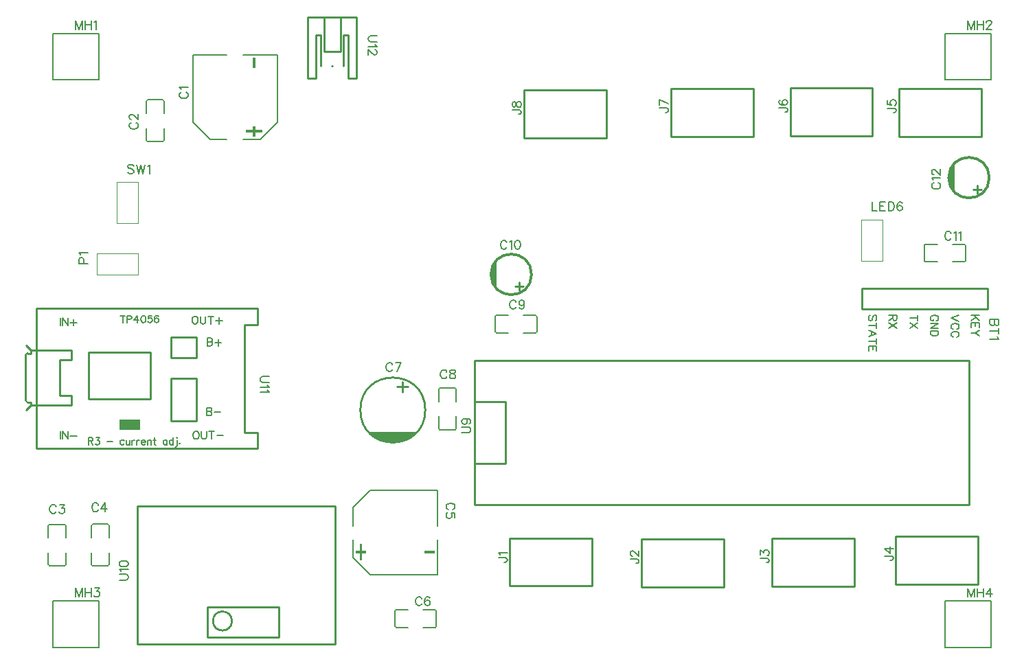
<source format=gto>
G04 Layer: TopSilkscreenLayer*
G04 EasyEDA v6.5.48, 2025-01-21 18:12:01*
G04 3cc8b20af66c43ca95afa0c2ca323a4b,765c05e22f3a42938d5e8e897a1d4f6f,10*
G04 Gerber Generator version 0.2*
G04 Scale: 100 percent, Rotated: No, Reflected: No *
G04 Dimensions in millimeters *
G04 leading zeros omitted , absolute positions ,4 integer and 5 decimal *
%FSLAX45Y45*%
%MOMM*%

%ADD10C,0.1524*%
%ADD11C,0.2032*%
%ADD12C,0.2540*%
%ADD13C,0.1520*%
%ADD14C,0.1200*%
%ADD15C,0.2000*%
%ADD16C,0.3000*%
%ADD17C,0.0109*%

%LPD*%
D10*
X5712272Y-6681716D02*
G01*
X5795330Y-6681716D01*
X5811078Y-6687050D01*
X5816158Y-6692130D01*
X5821238Y-6702544D01*
X5821238Y-6712958D01*
X5816158Y-6723372D01*
X5811078Y-6728706D01*
X5795330Y-6733786D01*
X5784916Y-6733786D01*
X5733100Y-6647426D02*
G01*
X5727766Y-6637266D01*
X5712272Y-6621518D01*
X5821238Y-6621518D01*
X7336269Y-6696717D02*
G01*
X7419327Y-6696717D01*
X7435075Y-6702051D01*
X7440155Y-6707131D01*
X7445235Y-6717545D01*
X7445235Y-6727959D01*
X7440155Y-6738373D01*
X7435075Y-6743707D01*
X7419327Y-6748787D01*
X7408913Y-6748787D01*
X7362177Y-6657347D02*
G01*
X7357097Y-6657347D01*
X7346683Y-6652267D01*
X7341349Y-6646933D01*
X7336269Y-6636519D01*
X7336269Y-6615691D01*
X7341349Y-6605277D01*
X7346683Y-6600197D01*
X7357097Y-6595117D01*
X7367511Y-6595117D01*
X7377925Y-6600197D01*
X7393419Y-6610611D01*
X7445235Y-6662427D01*
X7445235Y-6589783D01*
X8940264Y-6689717D02*
G01*
X9023322Y-6689717D01*
X9039070Y-6695051D01*
X9044150Y-6700131D01*
X9049230Y-6710545D01*
X9049230Y-6720959D01*
X9044150Y-6731373D01*
X9039070Y-6736707D01*
X9023322Y-6741787D01*
X9012908Y-6741787D01*
X8940264Y-6645267D02*
G01*
X8940264Y-6588117D01*
X8981920Y-6619105D01*
X8981920Y-6603611D01*
X8987000Y-6593197D01*
X8992080Y-6588117D01*
X9007828Y-6582783D01*
X9018242Y-6582783D01*
X9033736Y-6588117D01*
X9044150Y-6598277D01*
X9049230Y-6614025D01*
X9049230Y-6629519D01*
X9044150Y-6645267D01*
X9039070Y-6650347D01*
X9028656Y-6655427D01*
X10471261Y-6657715D02*
G01*
X10554319Y-6657715D01*
X10570067Y-6663049D01*
X10575147Y-6668129D01*
X10580227Y-6678543D01*
X10580227Y-6688957D01*
X10575147Y-6699371D01*
X10570067Y-6704705D01*
X10554319Y-6709785D01*
X10543905Y-6709785D01*
X10471261Y-6571609D02*
G01*
X10543905Y-6623425D01*
X10543905Y-6545701D01*
X10471261Y-6571609D02*
G01*
X10580227Y-6571609D01*
X10508261Y-1138727D02*
G01*
X10591319Y-1138727D01*
X10607067Y-1144061D01*
X10612147Y-1149141D01*
X10617227Y-1159555D01*
X10617227Y-1169969D01*
X10612147Y-1180383D01*
X10607067Y-1185717D01*
X10591319Y-1190797D01*
X10580905Y-1190797D01*
X10508261Y-1042207D02*
G01*
X10508261Y-1094277D01*
X10554997Y-1099357D01*
X10549917Y-1094277D01*
X10544583Y-1078529D01*
X10544583Y-1063035D01*
X10549917Y-1047287D01*
X10560077Y-1037127D01*
X10575825Y-1031793D01*
X10586239Y-1031793D01*
X10601733Y-1037127D01*
X10612147Y-1047287D01*
X10617227Y-1063035D01*
X10617227Y-1078529D01*
X10612147Y-1094277D01*
X10607067Y-1099357D01*
X10596653Y-1104437D01*
X9168264Y-1132728D02*
G01*
X9251322Y-1132728D01*
X9267070Y-1138062D01*
X9272150Y-1143142D01*
X9277230Y-1153556D01*
X9277230Y-1163970D01*
X9272150Y-1174384D01*
X9267070Y-1179718D01*
X9251322Y-1184798D01*
X9240908Y-1184798D01*
X9183758Y-1036208D02*
G01*
X9173344Y-1041288D01*
X9168264Y-1057036D01*
X9168264Y-1067450D01*
X9173344Y-1082944D01*
X9189092Y-1093358D01*
X9215000Y-1098438D01*
X9240908Y-1098438D01*
X9261736Y-1093358D01*
X9272150Y-1082944D01*
X9277230Y-1067450D01*
X9277230Y-1062116D01*
X9272150Y-1046622D01*
X9261736Y-1036208D01*
X9246242Y-1031128D01*
X9240908Y-1031128D01*
X9225414Y-1036208D01*
X9215000Y-1046622D01*
X9209920Y-1062116D01*
X9209920Y-1067450D01*
X9215000Y-1082944D01*
X9225414Y-1093358D01*
X9240908Y-1098438D01*
X7698267Y-1136728D02*
G01*
X7781325Y-1136728D01*
X7797073Y-1142062D01*
X7802153Y-1147142D01*
X7807233Y-1157556D01*
X7807233Y-1167970D01*
X7802153Y-1178384D01*
X7797073Y-1183718D01*
X7781325Y-1188798D01*
X7770911Y-1188798D01*
X7698267Y-1029794D02*
G01*
X7807233Y-1081864D01*
X7698267Y-1102438D02*
G01*
X7698267Y-1029794D01*
X5885271Y-1160726D02*
G01*
X5968329Y-1160726D01*
X5984077Y-1166060D01*
X5989157Y-1171140D01*
X5994237Y-1181554D01*
X5994237Y-1191968D01*
X5989157Y-1202382D01*
X5984077Y-1207716D01*
X5968329Y-1212796D01*
X5957915Y-1212796D01*
X5885271Y-1100528D02*
G01*
X5890351Y-1116276D01*
X5900765Y-1121356D01*
X5911179Y-1121356D01*
X5921593Y-1116276D01*
X5926927Y-1105862D01*
X5932007Y-1085034D01*
X5937087Y-1069286D01*
X5947501Y-1059126D01*
X5957915Y-1053792D01*
X5973663Y-1053792D01*
X5984077Y-1059126D01*
X5989157Y-1064206D01*
X5994237Y-1079700D01*
X5994237Y-1100528D01*
X5989157Y-1116276D01*
X5984077Y-1121356D01*
X5973663Y-1126436D01*
X5957915Y-1126436D01*
X5947501Y-1121356D01*
X5937087Y-1110942D01*
X5932007Y-1095448D01*
X5926927Y-1074620D01*
X5921593Y-1064206D01*
X5911179Y-1059126D01*
X5900765Y-1059126D01*
X5890351Y-1064206D01*
X5885271Y-1079700D01*
X5885271Y-1100528D01*
X11881093Y-3741994D02*
G01*
X11772127Y-3741994D01*
X11881093Y-3741994D02*
G01*
X11881093Y-3788730D01*
X11876013Y-3804224D01*
X11870679Y-3809558D01*
X11860265Y-3814638D01*
X11849851Y-3814638D01*
X11839437Y-3809558D01*
X11834357Y-3804224D01*
X11829277Y-3788730D01*
X11829277Y-3741994D02*
G01*
X11829277Y-3788730D01*
X11823943Y-3804224D01*
X11818863Y-3809558D01*
X11808449Y-3814638D01*
X11792701Y-3814638D01*
X11782287Y-3809558D01*
X11777207Y-3804224D01*
X11772127Y-3788730D01*
X11772127Y-3741994D01*
X11881093Y-3885504D02*
G01*
X11772127Y-3885504D01*
X11881093Y-3848928D02*
G01*
X11881093Y-3921826D01*
X11860265Y-3956116D02*
G01*
X11865599Y-3966530D01*
X11881093Y-3982024D01*
X11772127Y-3982024D01*
D11*
X11638780Y-3691194D02*
G01*
X11543276Y-3691194D01*
X11638780Y-3754948D02*
G01*
X11575026Y-3691194D01*
X11597886Y-3713800D02*
G01*
X11543276Y-3754948D01*
X11638780Y-3784920D02*
G01*
X11543276Y-3784920D01*
X11638780Y-3784920D02*
G01*
X11638780Y-3843848D01*
X11593314Y-3784920D02*
G01*
X11593314Y-3821242D01*
X11543276Y-3784920D02*
G01*
X11543276Y-3843848D01*
X11638780Y-3873820D02*
G01*
X11593314Y-3910396D01*
X11543276Y-3910396D01*
X11638780Y-3946718D02*
G01*
X11593314Y-3910396D01*
X11388587Y-3691194D02*
G01*
X11293083Y-3727516D01*
X11388587Y-3763838D02*
G01*
X11293083Y-3727516D01*
X11365727Y-3862136D02*
G01*
X11374871Y-3857564D01*
X11384015Y-3848420D01*
X11388587Y-3839276D01*
X11388587Y-3821242D01*
X11384015Y-3812098D01*
X11374871Y-3802954D01*
X11365727Y-3798382D01*
X11352265Y-3793810D01*
X11329405Y-3793810D01*
X11315689Y-3798382D01*
X11306799Y-3802954D01*
X11297655Y-3812098D01*
X11293083Y-3821242D01*
X11293083Y-3839276D01*
X11297655Y-3848420D01*
X11306799Y-3857564D01*
X11315689Y-3862136D01*
X11365727Y-3960180D02*
G01*
X11374871Y-3955862D01*
X11384015Y-3946718D01*
X11388587Y-3937574D01*
X11388587Y-3919286D01*
X11384015Y-3910396D01*
X11374871Y-3901252D01*
X11365727Y-3896680D01*
X11352265Y-3892108D01*
X11329405Y-3892108D01*
X11315689Y-3896680D01*
X11306799Y-3901252D01*
X11297655Y-3910396D01*
X11293083Y-3919286D01*
X11293083Y-3937574D01*
X11297655Y-3946718D01*
X11306799Y-3955862D01*
X11315689Y-3960180D01*
X11111727Y-3759266D02*
G01*
X11120871Y-3754948D01*
X11130015Y-3745804D01*
X11134587Y-3736660D01*
X11134587Y-3718372D01*
X11130015Y-3709482D01*
X11120871Y-3700338D01*
X11111727Y-3695766D01*
X11098265Y-3691194D01*
X11075405Y-3691194D01*
X11061689Y-3695766D01*
X11052799Y-3700338D01*
X11043655Y-3709482D01*
X11039083Y-3718372D01*
X11039083Y-3736660D01*
X11043655Y-3745804D01*
X11052799Y-3754948D01*
X11061689Y-3759266D01*
X11075405Y-3759266D01*
X11075405Y-3736660D02*
G01*
X11075405Y-3759266D01*
X11134587Y-3789492D02*
G01*
X11039083Y-3789492D01*
X11134587Y-3789492D02*
G01*
X11039083Y-3852992D01*
X11134587Y-3852992D02*
G01*
X11039083Y-3852992D01*
X11134587Y-3882964D02*
G01*
X11039083Y-3882964D01*
X11134587Y-3882964D02*
G01*
X11134587Y-3914714D01*
X11130015Y-3928430D01*
X11120871Y-3937574D01*
X11111727Y-3942146D01*
X11098265Y-3946718D01*
X11075405Y-3946718D01*
X11061689Y-3942146D01*
X11052799Y-3937574D01*
X11043655Y-3928430D01*
X11039083Y-3914714D01*
X11039083Y-3882964D01*
X10880587Y-3722944D02*
G01*
X10785083Y-3722944D01*
X10880587Y-3691194D02*
G01*
X10880587Y-3754948D01*
X10880587Y-3784920D02*
G01*
X10785083Y-3848420D01*
X10880587Y-3848420D02*
G01*
X10785083Y-3784920D01*
X10622780Y-3691194D02*
G01*
X10527276Y-3691194D01*
X10622780Y-3691194D02*
G01*
X10622780Y-3732088D01*
X10618208Y-3745804D01*
X10613636Y-3750376D01*
X10604492Y-3754948D01*
X10595348Y-3754948D01*
X10586458Y-3750376D01*
X10581886Y-3745804D01*
X10577314Y-3732088D01*
X10577314Y-3691194D01*
X10577314Y-3722944D02*
G01*
X10527276Y-3754948D01*
X10622780Y-3784920D02*
G01*
X10527276Y-3848420D01*
X10622780Y-3848420D02*
G01*
X10527276Y-3784920D01*
X10358871Y-3754948D02*
G01*
X10368015Y-3745804D01*
X10372587Y-3732088D01*
X10372587Y-3713800D01*
X10368015Y-3700338D01*
X10358871Y-3691194D01*
X10349727Y-3691194D01*
X10340583Y-3695766D01*
X10336265Y-3700338D01*
X10331693Y-3709482D01*
X10322549Y-3736660D01*
X10317977Y-3745804D01*
X10313405Y-3750376D01*
X10304261Y-3754948D01*
X10290799Y-3754948D01*
X10281655Y-3745804D01*
X10277083Y-3732088D01*
X10277083Y-3713800D01*
X10281655Y-3700338D01*
X10290799Y-3691194D01*
X10372587Y-3816670D02*
G01*
X10277083Y-3816670D01*
X10372587Y-3784920D02*
G01*
X10372587Y-3848420D01*
X10372587Y-3914714D02*
G01*
X10277083Y-3878392D01*
X10372587Y-3914714D02*
G01*
X10277083Y-3951290D01*
X10308833Y-3892108D02*
G01*
X10308833Y-3937574D01*
X10372587Y-4013012D02*
G01*
X10277083Y-4013012D01*
X10372587Y-3981262D02*
G01*
X10372587Y-4044762D01*
X10372587Y-4074734D02*
G01*
X10277083Y-4074734D01*
X10372587Y-4074734D02*
G01*
X10372587Y-4133916D01*
X10327121Y-4074734D02*
G01*
X10327121Y-4111310D01*
X10277083Y-4074734D02*
G01*
X10277083Y-4133916D01*
D10*
X1805086Y-940206D02*
G01*
X1794672Y-945540D01*
X1784258Y-955954D01*
X1779178Y-966114D01*
X1779178Y-986942D01*
X1784258Y-997356D01*
X1794672Y-1007770D01*
X1805086Y-1013104D01*
X1820834Y-1018184D01*
X1846742Y-1018184D01*
X1862236Y-1013104D01*
X1872650Y-1007770D01*
X1883064Y-997356D01*
X1888144Y-986942D01*
X1888144Y-966114D01*
X1883064Y-955954D01*
X1872650Y-945540D01*
X1862236Y-940206D01*
X1800006Y-905916D02*
G01*
X1794672Y-895502D01*
X1779178Y-880008D01*
X1888144Y-880008D01*
X1187434Y-1315102D02*
G01*
X1177020Y-1320436D01*
X1166606Y-1330850D01*
X1161526Y-1341010D01*
X1161526Y-1361838D01*
X1166606Y-1372252D01*
X1177020Y-1382666D01*
X1187434Y-1388000D01*
X1203182Y-1393080D01*
X1229090Y-1393080D01*
X1244584Y-1388000D01*
X1254998Y-1382666D01*
X1265412Y-1372252D01*
X1270492Y-1361838D01*
X1270492Y-1341010D01*
X1265412Y-1330850D01*
X1254998Y-1320436D01*
X1244584Y-1315102D01*
X1187434Y-1275732D02*
G01*
X1182354Y-1275732D01*
X1171940Y-1270398D01*
X1166606Y-1265318D01*
X1161526Y-1254904D01*
X1161526Y-1234076D01*
X1166606Y-1223662D01*
X1171940Y-1218582D01*
X1182354Y-1213248D01*
X1192768Y-1213248D01*
X1203182Y-1218582D01*
X1218676Y-1228996D01*
X1270492Y-1280812D01*
X1270492Y-1208168D01*
X10320980Y-2294079D02*
G01*
X10320980Y-2403045D01*
X10320980Y-2403045D02*
G01*
X10383210Y-2403045D01*
X10417500Y-2294079D02*
G01*
X10417500Y-2403045D01*
X10417500Y-2294079D02*
G01*
X10485064Y-2294079D01*
X10417500Y-2345895D02*
G01*
X10459156Y-2345895D01*
X10417500Y-2403045D02*
G01*
X10485064Y-2403045D01*
X10519354Y-2294079D02*
G01*
X10519354Y-2403045D01*
X10519354Y-2294079D02*
G01*
X10555930Y-2294079D01*
X10571424Y-2299159D01*
X10581838Y-2309573D01*
X10586918Y-2319987D01*
X10592252Y-2335735D01*
X10592252Y-2361643D01*
X10586918Y-2377137D01*
X10581838Y-2387551D01*
X10571424Y-2397965D01*
X10555930Y-2403045D01*
X10519354Y-2403045D01*
X10688772Y-2309573D02*
G01*
X10683692Y-2299159D01*
X10667944Y-2294079D01*
X10657530Y-2294079D01*
X10642036Y-2299159D01*
X10631622Y-2314907D01*
X10626542Y-2340815D01*
X10626542Y-2366723D01*
X10631622Y-2387551D01*
X10642036Y-2397965D01*
X10657530Y-2403045D01*
X10662864Y-2403045D01*
X10678358Y-2397965D01*
X10688772Y-2387551D01*
X10694106Y-2372057D01*
X10694106Y-2366723D01*
X10688772Y-2351229D01*
X10678358Y-2340815D01*
X10662864Y-2335735D01*
X10657530Y-2335735D01*
X10642036Y-2340815D01*
X10631622Y-2351229D01*
X10626542Y-2366723D01*
X1215641Y-1848573D02*
G01*
X1205227Y-1838159D01*
X1189733Y-1833079D01*
X1168905Y-1833079D01*
X1153411Y-1838159D01*
X1142997Y-1848573D01*
X1142997Y-1858987D01*
X1148077Y-1869401D01*
X1153411Y-1874735D01*
X1163825Y-1879815D01*
X1195067Y-1890229D01*
X1205227Y-1895309D01*
X1210561Y-1900643D01*
X1215641Y-1911057D01*
X1215641Y-1926551D01*
X1205227Y-1936965D01*
X1189733Y-1942045D01*
X1168905Y-1942045D01*
X1153411Y-1936965D01*
X1142997Y-1926551D01*
X1249931Y-1833079D02*
G01*
X1276093Y-1942045D01*
X1302001Y-1833079D02*
G01*
X1276093Y-1942045D01*
X1302001Y-1833079D02*
G01*
X1327909Y-1942045D01*
X1353817Y-1833079D02*
G01*
X1327909Y-1942045D01*
X1388107Y-1853907D02*
G01*
X1398521Y-1848573D01*
X1414269Y-1833079D01*
X1414269Y-1942045D01*
X500379Y-54863D02*
G01*
X500379Y-163829D01*
X500379Y-54863D02*
G01*
X542036Y-163829D01*
X583437Y-54863D02*
G01*
X542036Y-163829D01*
X583437Y-54863D02*
G01*
X583437Y-163829D01*
X617728Y-54863D02*
G01*
X617728Y-163829D01*
X690626Y-54863D02*
G01*
X690626Y-163829D01*
X617728Y-106679D02*
G01*
X690626Y-106679D01*
X724915Y-75692D02*
G01*
X735329Y-70357D01*
X750823Y-54863D01*
X750823Y-163829D01*
X11499733Y-54863D02*
G01*
X11499733Y-163829D01*
X11499733Y-54863D02*
G01*
X11541389Y-163829D01*
X11582791Y-54863D02*
G01*
X11541389Y-163829D01*
X11582791Y-54863D02*
G01*
X11582791Y-163829D01*
X11617081Y-54863D02*
G01*
X11617081Y-163829D01*
X11689979Y-54863D02*
G01*
X11689979Y-163829D01*
X11617081Y-106679D02*
G01*
X11689979Y-106679D01*
X11729349Y-80771D02*
G01*
X11729349Y-75692D01*
X11734683Y-65278D01*
X11739763Y-59944D01*
X11750177Y-54863D01*
X11771005Y-54863D01*
X11781419Y-59944D01*
X11786499Y-65278D01*
X11791833Y-75692D01*
X11791833Y-86105D01*
X11786499Y-96520D01*
X11776085Y-112013D01*
X11724269Y-163829D01*
X11796913Y-163829D01*
X500379Y-7054179D02*
G01*
X500379Y-7163145D01*
X500379Y-7054179D02*
G01*
X542036Y-7163145D01*
X583437Y-7054179D02*
G01*
X542036Y-7163145D01*
X583437Y-7054179D02*
G01*
X583437Y-7163145D01*
X617728Y-7054179D02*
G01*
X617728Y-7163145D01*
X690626Y-7054179D02*
G01*
X690626Y-7163145D01*
X617728Y-7105995D02*
G01*
X690626Y-7105995D01*
X735329Y-7054179D02*
G01*
X792479Y-7054179D01*
X761237Y-7095835D01*
X776731Y-7095835D01*
X787145Y-7100915D01*
X792479Y-7105995D01*
X797560Y-7121743D01*
X797560Y-7132157D01*
X792479Y-7147651D01*
X782065Y-7158065D01*
X766318Y-7163145D01*
X750823Y-7163145D01*
X735329Y-7158065D01*
X729995Y-7152985D01*
X724915Y-7142571D01*
X11499733Y-7055180D02*
G01*
X11499733Y-7164146D01*
X11499733Y-7055180D02*
G01*
X11541389Y-7164146D01*
X11582791Y-7055180D02*
G01*
X11541389Y-7164146D01*
X11582791Y-7055180D02*
G01*
X11582791Y-7164146D01*
X11617081Y-7055180D02*
G01*
X11617081Y-7164146D01*
X11689979Y-7055180D02*
G01*
X11689979Y-7164146D01*
X11617081Y-7106996D02*
G01*
X11689979Y-7106996D01*
X11776085Y-7055180D02*
G01*
X11724269Y-7127824D01*
X11801993Y-7127824D01*
X11776085Y-7055180D02*
G01*
X11776085Y-7164146D01*
X5260873Y-5139987D02*
G01*
X5338851Y-5139987D01*
X5354345Y-5134907D01*
X5364759Y-5124493D01*
X5369839Y-5108745D01*
X5369839Y-5098331D01*
X5364759Y-5082837D01*
X5354345Y-5072423D01*
X5338851Y-5067343D01*
X5260873Y-5067343D01*
X5297195Y-4965489D02*
G01*
X5312689Y-4970569D01*
X5323103Y-4980983D01*
X5328437Y-4996477D01*
X5328437Y-5001811D01*
X5323103Y-5017305D01*
X5312689Y-5027719D01*
X5297195Y-5033053D01*
X5292115Y-5033053D01*
X5276367Y-5027719D01*
X5265953Y-5017305D01*
X5260873Y-5001811D01*
X5260873Y-4996477D01*
X5265953Y-4980983D01*
X5276367Y-4970569D01*
X5297195Y-4965489D01*
X5323103Y-4965489D01*
X5349265Y-4970569D01*
X5364759Y-4980983D01*
X5369839Y-4996477D01*
X5369839Y-5006891D01*
X5364759Y-5022639D01*
X5354345Y-5027719D01*
X1039670Y-6958048D02*
G01*
X1117648Y-6958048D01*
X1133142Y-6952968D01*
X1143556Y-6942554D01*
X1148636Y-6926806D01*
X1148636Y-6916392D01*
X1143556Y-6900898D01*
X1133142Y-6890484D01*
X1117648Y-6885404D01*
X1039670Y-6885404D01*
X1060498Y-6851114D02*
G01*
X1055164Y-6840700D01*
X1039670Y-6824952D01*
X1148636Y-6824952D01*
X1039670Y-6759674D02*
G01*
X1044750Y-6775168D01*
X1060498Y-6785582D01*
X1086406Y-6790662D01*
X1101900Y-6790662D01*
X1128062Y-6785582D01*
X1143556Y-6775168D01*
X1148636Y-6759674D01*
X1148636Y-6749260D01*
X1143556Y-6733512D01*
X1128062Y-6723098D01*
X1101900Y-6718018D01*
X1086406Y-6718018D01*
X1060498Y-6723098D01*
X1044750Y-6733512D01*
X1039670Y-6749260D01*
X1039670Y-6759674D01*
X2883631Y-4445274D02*
G01*
X2805653Y-4445274D01*
X2790159Y-4450354D01*
X2779745Y-4460768D01*
X2774665Y-4476516D01*
X2774665Y-4486930D01*
X2779745Y-4502424D01*
X2790159Y-4512838D01*
X2805653Y-4517918D01*
X2883631Y-4517918D01*
X2862803Y-4552208D02*
G01*
X2868137Y-4562622D01*
X2883631Y-4578370D01*
X2774665Y-4578370D01*
X2862803Y-4612660D02*
G01*
X2868137Y-4623074D01*
X2883631Y-4638568D01*
X2774665Y-4638568D01*
D11*
X1964151Y-3703594D02*
G01*
X1955007Y-3708166D01*
X1945609Y-3717310D01*
X1941037Y-3726454D01*
X1936973Y-3739916D01*
X1936973Y-3762776D01*
X1941037Y-3776492D01*
X1945609Y-3785382D01*
X1955007Y-3794526D01*
X1964151Y-3799098D01*
X1981931Y-3799098D01*
X1991075Y-3794526D01*
X2000727Y-3785382D01*
X2004537Y-3776492D01*
X2009109Y-3762776D01*
X2009109Y-3739916D01*
X2004537Y-3726454D01*
X2000727Y-3717310D01*
X1991075Y-3708166D01*
X1981931Y-3703594D01*
X1964151Y-3703594D01*
X2039081Y-3703594D02*
G01*
X2039081Y-3771920D01*
X2043907Y-3785382D01*
X2053051Y-3794526D01*
X2066513Y-3799098D01*
X2075657Y-3799098D01*
X2089627Y-3794526D01*
X2098263Y-3785382D01*
X2102835Y-3771920D01*
X2102835Y-3703594D01*
X2164557Y-3703594D02*
G01*
X2164557Y-3799098D01*
X2132807Y-3703594D02*
G01*
X2196561Y-3703594D01*
X2267681Y-3717310D02*
G01*
X2267681Y-3799098D01*
X2226533Y-3758204D02*
G01*
X2308575Y-3758204D01*
X2122139Y-3971056D02*
G01*
X2122139Y-4066560D01*
X2122139Y-3971056D02*
G01*
X2162271Y-3971056D01*
X2176495Y-3975628D01*
X2181067Y-3980200D01*
X2185893Y-3989344D01*
X2185893Y-3998488D01*
X2181067Y-4007378D01*
X2176495Y-4011950D01*
X2162271Y-4016522D01*
X2122139Y-4016522D02*
G01*
X2162271Y-4016522D01*
X2176495Y-4021094D01*
X2181067Y-4025666D01*
X2185893Y-4034810D01*
X2185893Y-4048272D01*
X2181067Y-4057416D01*
X2176495Y-4061988D01*
X2162271Y-4066560D01*
X2122139Y-4066560D01*
X2255997Y-3984772D02*
G01*
X2255997Y-4066560D01*
X2215865Y-4025666D02*
G01*
X2297145Y-4025666D01*
X2112487Y-4830846D02*
G01*
X2112487Y-4926604D01*
X2112487Y-4830846D02*
G01*
X2153127Y-4830846D01*
X2167097Y-4835418D01*
X2171669Y-4840244D01*
X2176241Y-4849388D01*
X2176241Y-4858278D01*
X2171669Y-4867168D01*
X2167097Y-4871994D01*
X2153127Y-4876566D01*
X2112487Y-4876566D02*
G01*
X2153127Y-4876566D01*
X2167097Y-4881138D01*
X2171669Y-4885456D01*
X2176241Y-4894854D01*
X2176241Y-4908316D01*
X2171669Y-4917206D01*
X2167097Y-4921778D01*
X2153127Y-4926604D01*
X2112487Y-4926604D01*
X2206213Y-4885456D02*
G01*
X2288001Y-4885456D01*
X1975835Y-5120406D02*
G01*
X1967707Y-5124978D01*
X1958309Y-5134122D01*
X1953483Y-5143266D01*
X1948911Y-5156728D01*
X1948911Y-5179588D01*
X1953483Y-5193304D01*
X1958309Y-5202194D01*
X1967707Y-5211338D01*
X1975835Y-5215910D01*
X1994631Y-5215910D01*
X2003267Y-5211338D01*
X2012411Y-5202194D01*
X2016983Y-5193304D01*
X2021809Y-5179588D01*
X2021809Y-5156728D01*
X2016983Y-5143266D01*
X2012411Y-5134122D01*
X2003267Y-5124978D01*
X1994631Y-5120406D01*
X1975835Y-5120406D01*
X2051781Y-5120406D02*
G01*
X2051781Y-5188732D01*
X2056607Y-5202194D01*
X2064989Y-5211338D01*
X2078959Y-5215910D01*
X2088357Y-5215910D01*
X2101311Y-5211338D01*
X2110709Y-5202194D01*
X2115535Y-5188732D01*
X2115535Y-5120406D01*
X2177257Y-5120406D02*
G01*
X2177257Y-5215910D01*
X2145507Y-5120406D02*
G01*
X2209261Y-5120406D01*
X2239233Y-5175016D02*
G01*
X2320513Y-5175016D01*
X310865Y-3725184D02*
G01*
X310865Y-3820688D01*
X340837Y-3725184D02*
G01*
X340837Y-3820688D01*
X340837Y-3725184D02*
G01*
X404591Y-3820688D01*
X404591Y-3725184D02*
G01*
X404591Y-3820688D01*
X475457Y-3738900D02*
G01*
X475457Y-3820688D01*
X434563Y-3779794D02*
G01*
X516351Y-3779794D01*
X310865Y-5122184D02*
G01*
X310865Y-5217688D01*
X340837Y-5122184D02*
G01*
X340837Y-5217688D01*
X340837Y-5122184D02*
G01*
X404591Y-5217688D01*
X404591Y-5122184D02*
G01*
X404591Y-5217688D01*
X434563Y-5176794D02*
G01*
X516351Y-5176794D01*
X1080515Y-3695222D02*
G01*
X1080515Y-3780058D01*
X1052321Y-3695222D02*
G01*
X1108963Y-3695222D01*
X1135634Y-3695222D02*
G01*
X1135634Y-3780058D01*
X1135634Y-3695222D02*
G01*
X1171955Y-3695222D01*
X1184147Y-3699286D01*
X1188212Y-3703350D01*
X1192021Y-3711224D01*
X1192021Y-3723416D01*
X1188212Y-3731544D01*
X1184147Y-3735608D01*
X1171955Y-3739672D01*
X1135634Y-3739672D01*
X1259331Y-3695222D02*
G01*
X1218692Y-3751864D01*
X1279397Y-3751864D01*
X1259331Y-3695222D02*
G01*
X1259331Y-3780058D01*
X1330452Y-3695222D02*
G01*
X1318260Y-3699286D01*
X1310131Y-3711224D01*
X1306068Y-3731544D01*
X1306068Y-3743736D01*
X1310131Y-3763802D01*
X1318260Y-3775994D01*
X1330452Y-3780058D01*
X1338326Y-3780058D01*
X1350518Y-3775994D01*
X1358645Y-3763802D01*
X1362710Y-3743736D01*
X1362710Y-3731544D01*
X1358645Y-3711224D01*
X1350518Y-3699286D01*
X1338326Y-3695222D01*
X1330452Y-3695222D01*
X1437894Y-3695222D02*
G01*
X1397507Y-3695222D01*
X1393444Y-3731544D01*
X1397507Y-3727480D01*
X1409445Y-3723416D01*
X1421637Y-3723416D01*
X1433829Y-3727480D01*
X1441957Y-3735608D01*
X1446021Y-3747800D01*
X1446021Y-3755674D01*
X1441957Y-3767866D01*
X1433829Y-3775994D01*
X1421637Y-3780058D01*
X1409445Y-3780058D01*
X1397507Y-3775994D01*
X1393444Y-3771930D01*
X1389379Y-3763802D01*
X1520952Y-3707414D02*
G01*
X1517142Y-3699286D01*
X1504950Y-3695222D01*
X1496821Y-3695222D01*
X1484629Y-3699286D01*
X1476502Y-3711224D01*
X1472692Y-3731544D01*
X1472692Y-3751864D01*
X1476502Y-3767866D01*
X1484629Y-3775994D01*
X1496821Y-3780058D01*
X1500886Y-3780058D01*
X1513078Y-3775994D01*
X1520952Y-3767866D01*
X1525015Y-3755674D01*
X1525015Y-3751864D01*
X1520952Y-3739672D01*
X1513078Y-3731544D01*
X1500886Y-3727480D01*
X1496821Y-3727480D01*
X1484629Y-3731544D01*
X1476502Y-3739672D01*
X1472692Y-3751864D01*
X657270Y-5200721D02*
G01*
X657270Y-5285557D01*
X657270Y-5200721D02*
G01*
X693592Y-5200721D01*
X705784Y-5204785D01*
X709848Y-5208849D01*
X713912Y-5216723D01*
X713912Y-5224851D01*
X709848Y-5232979D01*
X705784Y-5237043D01*
X693592Y-5241107D01*
X657270Y-5241107D01*
X685718Y-5241107D02*
G01*
X713912Y-5285557D01*
X748710Y-5200721D02*
G01*
X793160Y-5200721D01*
X768776Y-5232979D01*
X780968Y-5232979D01*
X789096Y-5237043D01*
X793160Y-5241107D01*
X797224Y-5253299D01*
X797224Y-5261173D01*
X793160Y-5273365D01*
X785032Y-5281493D01*
X772840Y-5285557D01*
X760648Y-5285557D01*
X748710Y-5281493D01*
X744646Y-5277429D01*
X740582Y-5269301D01*
X886124Y-5249235D02*
G01*
X958768Y-5249235D01*
X1096182Y-5241107D02*
G01*
X1088054Y-5232979D01*
X1079926Y-5228915D01*
X1067988Y-5228915D01*
X1059860Y-5232979D01*
X1051732Y-5241107D01*
X1047668Y-5253299D01*
X1047668Y-5261173D01*
X1051732Y-5273365D01*
X1059860Y-5281493D01*
X1067988Y-5285557D01*
X1079926Y-5285557D01*
X1088054Y-5281493D01*
X1096182Y-5273365D01*
X1122852Y-5228915D02*
G01*
X1122852Y-5269301D01*
X1126916Y-5281493D01*
X1135044Y-5285557D01*
X1146982Y-5285557D01*
X1155110Y-5281493D01*
X1167302Y-5269301D01*
X1167302Y-5228915D02*
G01*
X1167302Y-5285557D01*
X1193972Y-5228915D02*
G01*
X1193972Y-5285557D01*
X1193972Y-5253299D02*
G01*
X1198036Y-5241107D01*
X1206164Y-5232979D01*
X1214038Y-5228915D01*
X1226230Y-5228915D01*
X1252900Y-5228915D02*
G01*
X1252900Y-5285557D01*
X1252900Y-5253299D02*
G01*
X1256964Y-5241107D01*
X1265092Y-5232979D01*
X1273220Y-5228915D01*
X1285158Y-5228915D01*
X1311828Y-5253299D02*
G01*
X1360342Y-5253299D01*
X1360342Y-5245171D01*
X1356278Y-5237043D01*
X1352468Y-5232979D01*
X1344340Y-5228915D01*
X1332148Y-5228915D01*
X1324020Y-5232979D01*
X1315892Y-5241107D01*
X1311828Y-5253299D01*
X1311828Y-5261173D01*
X1315892Y-5273365D01*
X1324020Y-5281493D01*
X1332148Y-5285557D01*
X1344340Y-5285557D01*
X1352468Y-5281493D01*
X1360342Y-5273365D01*
X1387012Y-5228915D02*
G01*
X1387012Y-5285557D01*
X1387012Y-5245171D02*
G01*
X1399204Y-5232979D01*
X1407332Y-5228915D01*
X1419524Y-5228915D01*
X1427398Y-5232979D01*
X1431462Y-5245171D01*
X1431462Y-5285557D01*
X1470324Y-5200721D02*
G01*
X1470324Y-5269301D01*
X1474388Y-5281493D01*
X1482516Y-5285557D01*
X1490644Y-5285557D01*
X1458132Y-5228915D02*
G01*
X1486580Y-5228915D01*
X1628058Y-5228915D02*
G01*
X1628058Y-5285557D01*
X1628058Y-5241107D02*
G01*
X1619930Y-5232979D01*
X1611802Y-5228915D01*
X1599610Y-5228915D01*
X1591482Y-5232979D01*
X1583608Y-5241107D01*
X1579544Y-5253299D01*
X1579544Y-5261173D01*
X1583608Y-5273365D01*
X1591482Y-5281493D01*
X1599610Y-5285557D01*
X1611802Y-5285557D01*
X1619930Y-5281493D01*
X1628058Y-5273365D01*
X1702988Y-5200721D02*
G01*
X1702988Y-5285557D01*
X1702988Y-5241107D02*
G01*
X1695114Y-5232979D01*
X1686986Y-5228915D01*
X1674794Y-5228915D01*
X1666666Y-5232979D01*
X1658538Y-5241107D01*
X1654728Y-5253299D01*
X1654728Y-5261173D01*
X1658538Y-5273365D01*
X1666666Y-5281493D01*
X1674794Y-5285557D01*
X1686986Y-5285557D01*
X1695114Y-5281493D01*
X1702988Y-5273365D01*
X1745914Y-5200721D02*
G01*
X1749978Y-5204785D01*
X1754042Y-5200721D01*
X1749978Y-5196657D01*
X1745914Y-5200721D01*
X1749978Y-5228915D02*
G01*
X1749978Y-5297749D01*
X1745914Y-5309687D01*
X1737786Y-5313751D01*
X1729658Y-5313751D01*
X1784776Y-5265237D02*
G01*
X1780712Y-5269301D01*
X1784776Y-5273365D01*
X1788840Y-5269301D01*
X1784776Y-5265237D01*
D10*
X4214119Y-243517D02*
G01*
X4136141Y-243517D01*
X4120647Y-248597D01*
X4110233Y-259011D01*
X4105153Y-274759D01*
X4105153Y-285173D01*
X4110233Y-300667D01*
X4120647Y-311081D01*
X4136141Y-316161D01*
X4214119Y-316161D01*
X4193291Y-350451D02*
G01*
X4198625Y-360865D01*
X4214119Y-376613D01*
X4105153Y-376613D01*
X4188211Y-415983D02*
G01*
X4193291Y-415983D01*
X4203705Y-421317D01*
X4209039Y-426397D01*
X4214119Y-436811D01*
X4214119Y-457639D01*
X4209039Y-468053D01*
X4203705Y-473133D01*
X4193291Y-478467D01*
X4182877Y-478467D01*
X4172463Y-473133D01*
X4156969Y-462719D01*
X4105153Y-410903D01*
X4105153Y-483547D01*
X4768969Y-7187176D02*
G01*
X4763635Y-7176762D01*
X4753221Y-7166348D01*
X4743061Y-7161268D01*
X4722233Y-7161268D01*
X4711819Y-7166348D01*
X4701405Y-7176762D01*
X4696071Y-7187176D01*
X4690991Y-7202924D01*
X4690991Y-7228832D01*
X4696071Y-7244326D01*
X4701405Y-7254740D01*
X4711819Y-7265154D01*
X4722233Y-7270234D01*
X4743061Y-7270234D01*
X4753221Y-7265154D01*
X4763635Y-7254740D01*
X4768969Y-7244326D01*
X4865489Y-7176762D02*
G01*
X4860409Y-7166348D01*
X4844661Y-7161268D01*
X4834501Y-7161268D01*
X4818753Y-7166348D01*
X4808339Y-7182096D01*
X4803259Y-7208004D01*
X4803259Y-7233912D01*
X4808339Y-7254740D01*
X4818753Y-7265154D01*
X4834501Y-7270234D01*
X4839581Y-7270234D01*
X4855075Y-7265154D01*
X4865489Y-7254740D01*
X4870823Y-7239246D01*
X4870823Y-7233912D01*
X4865489Y-7218418D01*
X4855075Y-7208004D01*
X4839581Y-7202924D01*
X4834501Y-7202924D01*
X4818753Y-7208004D01*
X4808339Y-7218418D01*
X4803259Y-7233912D01*
X541083Y-3052993D02*
G01*
X650049Y-3052993D01*
X541083Y-3052993D02*
G01*
X541083Y-3006257D01*
X546163Y-2990763D01*
X551497Y-2985429D01*
X561911Y-2980349D01*
X577405Y-2980349D01*
X587819Y-2985429D01*
X592899Y-2990763D01*
X598233Y-3006257D01*
X598233Y-3052993D01*
X561911Y-2946059D02*
G01*
X556577Y-2935645D01*
X541083Y-2919897D01*
X650049Y-2919897D01*
X780026Y-6030630D02*
G01*
X774692Y-6020216D01*
X764278Y-6009802D01*
X753864Y-6004722D01*
X733290Y-6004722D01*
X722876Y-6009802D01*
X712462Y-6020216D01*
X707128Y-6030630D01*
X702048Y-6046124D01*
X702048Y-6072286D01*
X707128Y-6087780D01*
X712462Y-6098194D01*
X722876Y-6108608D01*
X733290Y-6113688D01*
X753864Y-6113688D01*
X764278Y-6108608D01*
X774692Y-6098194D01*
X780026Y-6087780D01*
X866132Y-6004722D02*
G01*
X814316Y-6077366D01*
X892040Y-6077366D01*
X866132Y-6004722D02*
G01*
X866132Y-6113688D01*
X5150660Y-6086660D02*
G01*
X5161074Y-6081326D01*
X5171488Y-6070912D01*
X5176568Y-6060498D01*
X5176568Y-6039924D01*
X5171488Y-6029510D01*
X5161074Y-6019096D01*
X5150660Y-6013762D01*
X5135166Y-6008682D01*
X5109258Y-6008682D01*
X5093510Y-6013762D01*
X5083096Y-6019096D01*
X5072682Y-6029510D01*
X5067602Y-6039924D01*
X5067602Y-6060498D01*
X5072682Y-6070912D01*
X5083096Y-6081326D01*
X5093510Y-6086660D01*
X5176568Y-6183180D02*
G01*
X5176568Y-6131364D01*
X5129832Y-6126030D01*
X5135166Y-6131364D01*
X5140246Y-6146858D01*
X5140246Y-6162352D01*
X5135166Y-6178100D01*
X5124752Y-6188514D01*
X5109258Y-6193594D01*
X5098844Y-6193594D01*
X5083096Y-6188514D01*
X5072682Y-6178100D01*
X5067602Y-6162352D01*
X5067602Y-6146858D01*
X5072682Y-6131364D01*
X5078016Y-6126030D01*
X5088430Y-6120950D01*
X4406021Y-4299734D02*
G01*
X4400687Y-4289320D01*
X4390273Y-4278906D01*
X4379859Y-4273572D01*
X4359285Y-4273572D01*
X4348871Y-4278906D01*
X4338457Y-4289320D01*
X4333123Y-4299734D01*
X4328043Y-4315228D01*
X4328043Y-4341136D01*
X4333123Y-4356884D01*
X4338457Y-4367044D01*
X4348871Y-4377458D01*
X4359285Y-4382792D01*
X4379859Y-4382792D01*
X4390273Y-4377458D01*
X4400687Y-4367044D01*
X4406021Y-4356884D01*
X4512955Y-4273572D02*
G01*
X4460885Y-4382792D01*
X4440311Y-4273572D02*
G01*
X4512955Y-4273572D01*
X5074993Y-4389658D02*
G01*
X5069659Y-4379244D01*
X5059245Y-4368830D01*
X5048831Y-4363750D01*
X5028257Y-4363750D01*
X5017843Y-4368830D01*
X5007429Y-4379244D01*
X5002095Y-4389658D01*
X4997015Y-4405152D01*
X4997015Y-4431314D01*
X5002095Y-4446808D01*
X5007429Y-4457222D01*
X5017843Y-4467636D01*
X5028257Y-4472716D01*
X5048831Y-4472716D01*
X5059245Y-4467636D01*
X5069659Y-4457222D01*
X5074993Y-4446808D01*
X5135191Y-4363750D02*
G01*
X5119697Y-4368830D01*
X5114363Y-4379244D01*
X5114363Y-4389658D01*
X5119697Y-4400072D01*
X5130111Y-4405152D01*
X5150685Y-4410486D01*
X5166433Y-4415566D01*
X5176847Y-4425980D01*
X5181927Y-4436394D01*
X5181927Y-4451888D01*
X5176847Y-4462302D01*
X5171513Y-4467636D01*
X5156019Y-4472716D01*
X5135191Y-4472716D01*
X5119697Y-4467636D01*
X5114363Y-4462302D01*
X5109283Y-4451888D01*
X5109283Y-4436394D01*
X5114363Y-4425980D01*
X5124777Y-4415566D01*
X5140271Y-4410486D01*
X5161099Y-4405152D01*
X5171513Y-4400072D01*
X5176847Y-4389658D01*
X5176847Y-4379244D01*
X5171513Y-4368830D01*
X5156019Y-4363750D01*
X5135191Y-4363750D01*
X5816800Y-2792531D02*
G01*
X5811720Y-2782117D01*
X5801306Y-2771703D01*
X5790892Y-2766623D01*
X5770064Y-2766623D01*
X5759650Y-2771703D01*
X5749490Y-2782117D01*
X5744156Y-2792531D01*
X5739076Y-2808025D01*
X5739076Y-2834187D01*
X5744156Y-2849681D01*
X5749490Y-2860095D01*
X5759650Y-2870509D01*
X5770064Y-2875589D01*
X5790892Y-2875589D01*
X5801306Y-2870509D01*
X5811720Y-2860095D01*
X5816800Y-2849681D01*
X5851090Y-2787197D02*
G01*
X5861504Y-2782117D01*
X5877252Y-2766623D01*
X5877252Y-2875589D01*
X5942530Y-2766623D02*
G01*
X5927036Y-2771703D01*
X5916622Y-2787197D01*
X5911542Y-2813359D01*
X5911542Y-2828853D01*
X5916622Y-2854761D01*
X5927036Y-2870509D01*
X5942530Y-2875589D01*
X5952944Y-2875589D01*
X5968692Y-2870509D01*
X5979106Y-2854761D01*
X5984186Y-2828853D01*
X5984186Y-2813359D01*
X5979106Y-2787197D01*
X5968692Y-2771703D01*
X5952944Y-2766623D01*
X5942530Y-2766623D01*
X11079398Y-2055312D02*
G01*
X11068984Y-2060392D01*
X11058570Y-2070806D01*
X11053490Y-2081220D01*
X11053490Y-2102048D01*
X11058570Y-2112462D01*
X11068984Y-2122876D01*
X11079398Y-2127956D01*
X11094892Y-2133290D01*
X11121054Y-2133290D01*
X11136548Y-2127956D01*
X11146962Y-2122876D01*
X11157376Y-2112462D01*
X11162456Y-2102048D01*
X11162456Y-2081220D01*
X11157376Y-2070806D01*
X11146962Y-2060392D01*
X11136548Y-2055312D01*
X11074318Y-2021022D02*
G01*
X11068984Y-2010608D01*
X11053490Y-1995114D01*
X11162456Y-1995114D01*
X11079398Y-1955490D02*
G01*
X11074318Y-1955490D01*
X11063904Y-1950410D01*
X11058570Y-1945076D01*
X11053490Y-1934662D01*
X11053490Y-1914088D01*
X11058570Y-1903674D01*
X11063904Y-1898340D01*
X11074318Y-1893260D01*
X11084478Y-1893260D01*
X11094892Y-1898340D01*
X11110640Y-1908754D01*
X11162456Y-1960824D01*
X11162456Y-1887926D01*
X5929967Y-3529584D02*
G01*
X5924633Y-3519170D01*
X5914219Y-3508755D01*
X5904059Y-3503676D01*
X5883231Y-3503676D01*
X5872817Y-3508755D01*
X5862403Y-3519170D01*
X5857069Y-3529584D01*
X5851989Y-3545331D01*
X5851989Y-3571239D01*
X5857069Y-3586734D01*
X5862403Y-3597147D01*
X5872817Y-3607562D01*
X5883231Y-3612642D01*
X5904059Y-3612642D01*
X5914219Y-3607562D01*
X5924633Y-3597147D01*
X5929967Y-3586734D01*
X6031821Y-3539997D02*
G01*
X6026487Y-3555492D01*
X6016073Y-3565905D01*
X6000579Y-3571239D01*
X5995499Y-3571239D01*
X5979751Y-3565905D01*
X5969337Y-3555492D01*
X5964257Y-3539997D01*
X5964257Y-3534918D01*
X5969337Y-3519170D01*
X5979751Y-3508755D01*
X5995499Y-3503676D01*
X6000579Y-3503676D01*
X6016073Y-3508755D01*
X6026487Y-3519170D01*
X6031821Y-3539997D01*
X6031821Y-3565905D01*
X6026487Y-3592068D01*
X6016073Y-3607562D01*
X6000579Y-3612642D01*
X5990165Y-3612642D01*
X5974671Y-3607562D01*
X5969337Y-3597147D01*
X11294955Y-2681185D02*
G01*
X11289621Y-2670771D01*
X11279207Y-2660357D01*
X11269047Y-2655277D01*
X11248219Y-2655277D01*
X11237805Y-2660357D01*
X11227391Y-2670771D01*
X11222057Y-2681185D01*
X11216977Y-2696933D01*
X11216977Y-2722841D01*
X11222057Y-2738335D01*
X11227391Y-2748749D01*
X11237805Y-2759163D01*
X11248219Y-2764243D01*
X11269047Y-2764243D01*
X11279207Y-2759163D01*
X11289621Y-2748749D01*
X11294955Y-2738335D01*
X11329245Y-2676105D02*
G01*
X11339659Y-2670771D01*
X11355153Y-2655277D01*
X11355153Y-2764243D01*
X11389443Y-2676105D02*
G01*
X11399857Y-2670771D01*
X11415351Y-2655277D01*
X11415351Y-2764243D01*
X258826Y-6050534D02*
G01*
X253745Y-6040120D01*
X243331Y-6029960D01*
X232918Y-6024626D01*
X212089Y-6024626D01*
X201676Y-6029960D01*
X191515Y-6040120D01*
X186181Y-6050534D01*
X181102Y-6066281D01*
X181102Y-6092189D01*
X186181Y-6107684D01*
X191515Y-6118097D01*
X201676Y-6128512D01*
X212089Y-6133845D01*
X232918Y-6133845D01*
X243331Y-6128512D01*
X253745Y-6118097D01*
X258826Y-6107684D01*
X303529Y-6024626D02*
G01*
X360679Y-6024626D01*
X329692Y-6066281D01*
X345186Y-6066281D01*
X355600Y-6071362D01*
X360679Y-6076695D01*
X366013Y-6092189D01*
X366013Y-6102604D01*
X360679Y-6118097D01*
X350265Y-6128512D01*
X334771Y-6133845D01*
X319278Y-6133845D01*
X303529Y-6128512D01*
X298450Y-6123431D01*
X293115Y-6113018D01*
G36*
X2599893Y-1406855D02*
G01*
X2599893Y-1437741D01*
X2805887Y-1437741D01*
X2805887Y-1406855D01*
G37*
G36*
X2687421Y-1360474D02*
G01*
X2687421Y-1484122D01*
X2718358Y-1484122D01*
X2718358Y-1360474D01*
G37*
G36*
X2687421Y-515874D02*
G01*
X2687421Y-639521D01*
X2718358Y-639521D01*
X2718358Y-515874D01*
G37*
G36*
X1038301Y-4972862D02*
G01*
X1038301Y-5099862D01*
X1292301Y-5099862D01*
X1292301Y-4972862D01*
G37*
G36*
X4001262Y-6504889D02*
G01*
X4001262Y-6710883D01*
X4032148Y-6710883D01*
X4032148Y-6504889D01*
G37*
G36*
X3954881Y-6592417D02*
G01*
X3954881Y-6623303D01*
X4078478Y-6623303D01*
X4078478Y-6592417D01*
G37*
G36*
X4799482Y-6592417D02*
G01*
X4799482Y-6623303D01*
X4923078Y-6623303D01*
X4923078Y-6592417D01*
G37*
G36*
X4109974Y-5129987D02*
G01*
X4123944Y-5142738D01*
X4138472Y-5154879D01*
X4153509Y-5166360D01*
X4169054Y-5177180D01*
X4185005Y-5187289D01*
X4201414Y-5196738D01*
X4218178Y-5205425D01*
X4235348Y-5213400D01*
X4252823Y-5220614D01*
X4270603Y-5227066D01*
X4279595Y-5230012D01*
X4297781Y-5235244D01*
X4306925Y-5237632D01*
X4325416Y-5241696D01*
X4344060Y-5244947D01*
X4353407Y-5246319D01*
X4372203Y-5248351D01*
X4391101Y-5249570D01*
X4409998Y-5249976D01*
X4428896Y-5249570D01*
X4447794Y-5248351D01*
X4466590Y-5246319D01*
X4485284Y-5243423D01*
X4503826Y-5239766D01*
X4522216Y-5235244D01*
X4540351Y-5230012D01*
X4558284Y-5223916D01*
X4575911Y-5217109D01*
X4593234Y-5209489D01*
X4610252Y-5201158D01*
X4626813Y-5192115D01*
X4643018Y-5182311D01*
X4658766Y-5171846D01*
X4674057Y-5160670D01*
X4688840Y-5148884D01*
X4703064Y-5136438D01*
X4709972Y-5129987D01*
G37*
G36*
X5690565Y-3021888D02*
G01*
X5681014Y-3031642D01*
X5671972Y-3041904D01*
X5663641Y-3052724D01*
X5655919Y-3064002D01*
X5648909Y-3075736D01*
X5642610Y-3087878D01*
X5637072Y-3100374D01*
X5632246Y-3113176D01*
X5628233Y-3126232D01*
X5624982Y-3139490D01*
X5622544Y-3152952D01*
X5620918Y-3166516D01*
X5620105Y-3180181D01*
X5620105Y-3193846D01*
X5620918Y-3207461D01*
X5622544Y-3221024D01*
X5624982Y-3234486D01*
X5628233Y-3247745D01*
X5632246Y-3260852D01*
X5637072Y-3273602D01*
X5642610Y-3286099D01*
X5648909Y-3298240D01*
X5655919Y-3309975D01*
X5663641Y-3321253D01*
X5671972Y-3332073D01*
X5681014Y-3342335D01*
X5690565Y-3352088D01*
G37*
G36*
X11333581Y-1828901D02*
G01*
X11323980Y-1838655D01*
X11314988Y-1848916D01*
X11306606Y-1859737D01*
X11298936Y-1871014D01*
X11291925Y-1882749D01*
X11285626Y-1894890D01*
X11280038Y-1907387D01*
X11275263Y-1920138D01*
X11271199Y-1933244D01*
X11267948Y-1946503D01*
X11265509Y-1959965D01*
X11263884Y-1973529D01*
X11263071Y-1987143D01*
X11263071Y-2000808D01*
X11263884Y-2014474D01*
X11265509Y-2028037D01*
X11267948Y-2041499D01*
X11271199Y-2054758D01*
X11275263Y-2067814D01*
X11280038Y-2080615D01*
X11285626Y-2093112D01*
X11291925Y-2105253D01*
X11298936Y-2116988D01*
X11306606Y-2128266D01*
X11314988Y-2139086D01*
X11323980Y-2149348D01*
X11333581Y-2159101D01*
G37*
D12*
X5852988Y-6682986D02*
G01*
X5852988Y-6809986D01*
X5852988Y-6437317D01*
X6868048Y-6437317D01*
X6868048Y-7029188D01*
X5852988Y-7029188D01*
X5852988Y-6809986D01*
X5852988Y-6936986D01*
X7476985Y-6697987D02*
G01*
X7476985Y-6824987D01*
X7476985Y-6452318D01*
X8492045Y-6452318D01*
X8492045Y-7044189D01*
X7476985Y-7044189D01*
X7476985Y-6824987D01*
X7476985Y-6951987D01*
X9080980Y-6690987D02*
G01*
X9080980Y-6817987D01*
X9080980Y-6445318D01*
X10096040Y-6445318D01*
X10096040Y-7037189D01*
X9080980Y-7037189D01*
X9080980Y-6817987D01*
X9080980Y-6944987D01*
X10611977Y-6658985D02*
G01*
X10611977Y-6785985D01*
X10611977Y-6413317D01*
X11627037Y-6413317D01*
X11627037Y-7005187D01*
X10611977Y-7005187D01*
X10611977Y-6785985D01*
X10611977Y-6912985D01*
X10648977Y-1139997D02*
G01*
X10648977Y-1266997D01*
X10648977Y-894328D01*
X11664038Y-894328D01*
X11664038Y-1486199D01*
X10648977Y-1486199D01*
X10648977Y-1266997D01*
X10648977Y-1393997D01*
X9308980Y-1133998D02*
G01*
X9308980Y-1260998D01*
X9308980Y-888329D01*
X10324040Y-888329D01*
X10324040Y-1480200D01*
X9308980Y-1480200D01*
X9308980Y-1260998D01*
X9308980Y-1387998D01*
X7838983Y-1137998D02*
G01*
X7838983Y-1264998D01*
X7838983Y-892329D01*
X8854043Y-892329D01*
X8854043Y-1484200D01*
X7838983Y-1484200D01*
X7838983Y-1264998D01*
X7838983Y-1391998D01*
X6025987Y-1161996D02*
G01*
X6025987Y-1288996D01*
X6025987Y-916327D01*
X7041047Y-916327D01*
X7041047Y-1508198D01*
X6025987Y-1508198D01*
X6025987Y-1288996D01*
X6025987Y-1415996D01*
X11714977Y-3360994D02*
G01*
X11740377Y-3360994D01*
X11740377Y-3614994D01*
X10190977Y-3614994D01*
X10190977Y-3360994D01*
X11714977Y-3360994D01*
D13*
X2365481Y-477375D02*
G01*
X1943371Y-477375D01*
X2988617Y-477375D02*
G01*
X2566507Y-477375D01*
X2566507Y-1522620D02*
G01*
X2774993Y-1522620D01*
X2156995Y-1522620D02*
G01*
X2365481Y-1522620D01*
D10*
X1943371Y-477375D02*
G01*
X1943371Y-1308996D01*
X2156995Y-1522620D01*
X2988617Y-477375D02*
G01*
X2988617Y-1308996D01*
X2774993Y-1522620D01*
X1590258Y-1532117D02*
G01*
X1590258Y-1383619D01*
X1371737Y-1383619D02*
G01*
X1371737Y-1532117D01*
X1386977Y-1547357D02*
G01*
X1575018Y-1547357D01*
X1590258Y-1049878D02*
G01*
X1590258Y-1198377D01*
X1371737Y-1198377D02*
G01*
X1371737Y-1049878D01*
X1386977Y-1034638D02*
G01*
X1575018Y-1034638D01*
D14*
X10193980Y-3018200D02*
G01*
X10447980Y-3018200D01*
X10447980Y-2510995D01*
X10187980Y-2510995D01*
X10187980Y-3018200D01*
X1015997Y-2557200D02*
G01*
X1269997Y-2557200D01*
X1269997Y-2049995D01*
X1009997Y-2049995D01*
X1009997Y-2557200D01*
D15*
X215392Y-215392D02*
G01*
X785368Y-215392D01*
X215392Y-785368D02*
G01*
X215392Y-215392D01*
X785368Y-785368D02*
G01*
X215392Y-785368D01*
X785368Y-215392D02*
G01*
X785368Y-785368D01*
X11214745Y-215392D02*
G01*
X11784721Y-215392D01*
X11214745Y-785368D02*
G01*
X11214745Y-215392D01*
X11784721Y-785368D02*
G01*
X11214745Y-785368D01*
X11784721Y-215392D02*
G01*
X11784721Y-785368D01*
X215392Y-7214707D02*
G01*
X785368Y-7214707D01*
X215392Y-7784683D02*
G01*
X215392Y-7214707D01*
X785368Y-7784683D02*
G01*
X215392Y-7784683D01*
X785368Y-7214707D02*
G01*
X785368Y-7784683D01*
X11214745Y-7215708D02*
G01*
X11784721Y-7215708D01*
X11214745Y-7785684D02*
G01*
X11214745Y-7215708D01*
X11784721Y-7785684D02*
G01*
X11214745Y-7785684D01*
X11784721Y-7215708D02*
G01*
X11784721Y-7785684D01*
D12*
X5414289Y-5520987D02*
G01*
X5414289Y-4758987D01*
X5795289Y-4758987D01*
X5795289Y-5520987D01*
X5414289Y-5520987D01*
X5414289Y-6028987D02*
G01*
X5414289Y-4250987D01*
X11510289Y-4250987D01*
X11510289Y-6028987D01*
X5414289Y-6028987D01*
X1264795Y-7746235D02*
G01*
X1264795Y-6044435D01*
X3703195Y-6044435D01*
X3703195Y-7746235D01*
X1264795Y-7746235D01*
X2125601Y-7657335D02*
G01*
X2125601Y-7289035D01*
X3001901Y-7289035D01*
X3001901Y-7657335D01*
X2125601Y-7657335D01*
X12110Y-5335468D02*
G01*
X1292118Y-5335468D01*
X2582108Y-5335468D01*
X2742107Y-5335468D01*
X2742107Y-5135468D01*
X2582108Y-5135646D01*
X2582108Y-3804914D01*
X2742102Y-3805473D01*
X2742102Y-3605474D01*
X2582108Y-3605474D01*
X12110Y-3605474D01*
X12110Y-5335468D01*
X-54742Y-4121221D02*
G01*
X-54742Y-4161886D01*
X-54742Y-4761326D02*
G01*
X-54742Y-4801966D01*
X-54742Y-4121221D02*
G01*
X16352Y-4121221D01*
X16352Y-4121221D02*
G01*
X445612Y-4121221D01*
X445612Y-4801966D02*
G01*
X16352Y-4801966D01*
X16352Y-4801966D02*
G01*
X-54742Y-4801966D01*
X-54742Y-4121221D02*
G01*
X-113187Y-4062826D01*
X-54742Y-4801966D02*
G01*
X-113187Y-4860386D01*
X-54742Y-4161886D02*
G01*
X-92842Y-4161886D01*
X-118242Y-4182206D02*
G01*
X-118242Y-4735926D01*
X-97947Y-4761326D02*
G01*
X-54742Y-4761326D01*
X285592Y-4121221D02*
G01*
X445612Y-4121221D01*
X445612Y-4121221D02*
G01*
X445612Y-4240626D01*
X445612Y-4801966D02*
G01*
X445612Y-4682586D01*
X285592Y-4801966D02*
G01*
X445612Y-4801966D01*
X16352Y-4121221D02*
G01*
X16352Y-4801966D01*
X445612Y-4240626D02*
G01*
X305912Y-4240626D01*
X305912Y-4240626D02*
G01*
X305912Y-4682586D01*
X305912Y-4682586D02*
G01*
X445612Y-4682586D01*
X1419321Y-4147383D02*
G01*
X1419321Y-4718883D01*
X657321Y-4718883D01*
X657321Y-4147383D01*
X1419321Y-4147383D01*
X1990821Y-4464883D02*
G01*
X1990821Y-4994879D01*
X1673321Y-4994879D01*
X1673321Y-4464883D01*
X1990821Y-4464883D01*
X1990821Y-3956883D02*
G01*
X1990821Y-4210883D01*
X1673321Y-4210883D01*
X1673321Y-3956883D01*
X1990821Y-3956883D01*
X3362993Y-11996D02*
G01*
X3962991Y-11996D01*
X3362993Y-11996D02*
G01*
X3362993Y-771999D01*
X3962991Y-771999D02*
G01*
X3962991Y-16095D01*
X3362993Y-771999D02*
G01*
X3462992Y-771999D01*
X3462992Y-611997D01*
X3962986Y-771994D02*
G01*
X3862986Y-771994D01*
X3862986Y-611997D01*
X3462992Y-611997D02*
G01*
X3462992Y-231995D01*
X3522995Y-231995D01*
X3522995Y-611997D01*
X3802989Y-611997D02*
G01*
X3802989Y-231995D01*
X3862992Y-231995D01*
X3862992Y-611997D01*
X3562992Y-11996D02*
G01*
X3562992Y-441998D01*
X3762992Y-441998D01*
X3762992Y-21993D01*
X3462992Y-611997D02*
G01*
X3464877Y-611997D01*
X3661107Y-611997D02*
G01*
X3664877Y-611997D01*
X3861107Y-611997D02*
G01*
X3862986Y-611997D01*
D10*
X4932111Y-7319723D02*
G01*
X4783612Y-7319723D01*
X4783612Y-7538245D02*
G01*
X4932111Y-7538245D01*
X4947351Y-7523005D02*
G01*
X4947351Y-7334963D01*
X4449871Y-7319723D02*
G01*
X4598370Y-7319723D01*
X4598370Y-7538245D02*
G01*
X4449871Y-7538245D01*
X4434631Y-7523005D02*
G01*
X4434631Y-7334963D01*
D14*
X1265204Y-3179993D02*
G01*
X1265204Y-2925993D01*
X757999Y-2925993D01*
X757999Y-3185993D01*
X1265204Y-3185993D01*
D10*
X911258Y-6764106D02*
G01*
X911258Y-6615607D01*
X692736Y-6615607D02*
G01*
X692736Y-6764106D01*
X707976Y-6779346D02*
G01*
X896018Y-6779346D01*
X911258Y-6281867D02*
G01*
X911258Y-6430365D01*
X692736Y-6430365D02*
G01*
X692736Y-6281867D01*
X707976Y-6266627D02*
G01*
X896018Y-6266627D01*
X4961610Y-6285732D02*
G01*
X4961610Y-5848352D01*
X4129989Y-5848352D01*
X3916365Y-6061976D01*
X3916365Y-6285732D01*
X4961610Y-6456217D02*
G01*
X4961610Y-6893598D01*
X4129989Y-6893598D01*
X3916365Y-6679973D01*
X3916365Y-6456217D01*
D12*
X4529990Y-4634992D02*
G01*
X4529990Y-4510531D01*
X4462680Y-4572762D02*
G01*
X4597300Y-4572762D01*
D10*
X4974729Y-4603871D02*
G01*
X4974729Y-4752370D01*
X5193250Y-4752370D02*
G01*
X5193250Y-4603871D01*
X5178010Y-4588631D02*
G01*
X4989969Y-4588631D01*
X4974729Y-5086111D02*
G01*
X4974729Y-4937612D01*
X5193250Y-4937612D02*
G01*
X5193250Y-5086111D01*
X5178010Y-5101351D02*
G01*
X4989969Y-5101351D01*
D12*
X6021600Y-3336980D02*
G01*
X5920000Y-3336980D01*
X5969988Y-3386993D02*
G01*
X5969988Y-3285393D01*
X11664589Y-2143983D02*
G01*
X11562989Y-2143983D01*
X11612976Y-2193996D02*
G01*
X11612976Y-2092396D01*
D10*
X5686869Y-3906253D02*
G01*
X5835368Y-3906253D01*
X5835368Y-3687732D02*
G01*
X5686869Y-3687732D01*
X5671629Y-3702972D02*
G01*
X5671629Y-3891013D01*
X6169108Y-3906253D02*
G01*
X6020610Y-3906253D01*
X6020610Y-3687732D02*
G01*
X6169108Y-3687732D01*
X6184348Y-3702972D02*
G01*
X6184348Y-3891013D01*
X11458097Y-2813733D02*
G01*
X11309598Y-2813733D01*
X11309598Y-3032254D02*
G01*
X11458097Y-3032254D01*
X11473337Y-3017014D02*
G01*
X11473337Y-2828973D01*
X10975858Y-2813733D02*
G01*
X11124356Y-2813733D01*
X11124356Y-3032254D02*
G01*
X10975858Y-3032254D01*
X10960618Y-3017014D02*
G01*
X10960618Y-2828973D01*
X382310Y-6766125D02*
G01*
X382310Y-6617627D01*
X163789Y-6617627D02*
G01*
X163789Y-6766125D01*
X179029Y-6781365D02*
G01*
X367070Y-6781365D01*
X382310Y-6283886D02*
G01*
X382310Y-6432384D01*
X163789Y-6432384D02*
G01*
X163789Y-6283886D01*
X179029Y-6268646D02*
G01*
X367070Y-6268646D01*
G75*
G01*
X1371737Y-1532118D02*
G03*
X1386977Y-1547358I15240J0D01*
G75*
G01*
X1575018Y-1547358D02*
G03*
X1590258Y-1532118I0J15240D01*
G75*
G01*
X1371737Y-1049879D02*
G02*
X1386977Y-1034639I15240J0D01*
G75*
G01*
X1575018Y-1034639D02*
G02*
X1590258Y-1049879I0J-15240D01*
D12*
G75*
G01*
X-94264Y-4161302D02*
G03*
X-119156Y-4181368I-1317J-23840D01*
G75*
G01*
X-119156Y-4736358D02*
G03*
X-99344Y-4761250I23837J-1358D01*
D10*
G75*
G01*
X4932111Y-7538245D02*
G03*
X4947351Y-7523005I0J15240D01*
G75*
G01*
X4947351Y-7334964D02*
G03*
X4932111Y-7319724I-15240J0D01*
G75*
G01*
X4449872Y-7538245D02*
G02*
X4434632Y-7523005I0J15240D01*
G75*
G01*
X4434632Y-7334964D02*
G02*
X4449872Y-7319724I15240J0D01*
G75*
G01*
X692737Y-6764106D02*
G03*
X707977Y-6779346I15240J0D01*
G75*
G01*
X896018Y-6779346D02*
G03*
X911258Y-6764106I0J15240D01*
G75*
G01*
X692737Y-6281867D02*
G02*
X707977Y-6266627I15240J0D01*
G75*
G01*
X896018Y-6266627D02*
G02*
X911258Y-6281867I0J-15240D01*
D12*
G75*
G01*
X4810041Y-4855246D02*
G03*
X4810041Y-4862358I-399984J-3556D01*
D10*
G75*
G01*
X5193251Y-4603872D02*
G03*
X5178011Y-4588632I-15240J0D01*
G75*
G01*
X4989970Y-4588632D02*
G03*
X4974730Y-4603872I0J-15240D01*
G75*
G01*
X5193251Y-5086111D02*
G02*
X5178011Y-5101351I-15240J0D01*
G75*
G01*
X4989970Y-5101351D02*
G02*
X4974730Y-5086111I0J15240D01*
G75*
G01*
X5686869Y-3687732D02*
G03*
X5671629Y-3702972I0J-15240D01*
G75*
G01*
X5671629Y-3891013D02*
G03*
X5686869Y-3906253I15240J0D01*
G75*
G01*
X6169109Y-3687732D02*
G02*
X6184349Y-3702972I0J-15240D01*
G75*
G01*
X6184349Y-3891013D02*
G02*
X6169109Y-3906253I-15240J0D01*
G75*
G01*
X11458097Y-3032255D02*
G03*
X11473337Y-3017015I0J15240D01*
G75*
G01*
X11473337Y-2828973D02*
G03*
X11458097Y-2813733I-15240J0D01*
G75*
G01*
X10975858Y-3032255D02*
G02*
X10960618Y-3017015I0J15240D01*
G75*
G01*
X10960618Y-2828973D02*
G02*
X10975858Y-2813733I15240J0D01*
G75*
G01*
X163789Y-6766126D02*
G03*
X179029Y-6781366I15240J0D01*
G75*
G01*
X367071Y-6781366D02*
G03*
X382311Y-6766126I0J15240D01*
G75*
G01*
X163789Y-6283886D02*
G02*
X179029Y-6268646I15240J0D01*
G75*
G01*
X367071Y-6268646D02*
G02*
X382311Y-6283886I0J-15240D01*
D12*
G75*
G01
X2426843Y-7460488D02*
G03X2426843Y-7460488I-117094J0D01*
D16*
G75*
G01
X6120003Y-3187014D02*
G03X6120003Y-3187014I-250012J0D01*
G75*
G01
X11762994Y-1994002D02*
G03X11762994Y-1994002I-250012J0D01*
M02*

</source>
